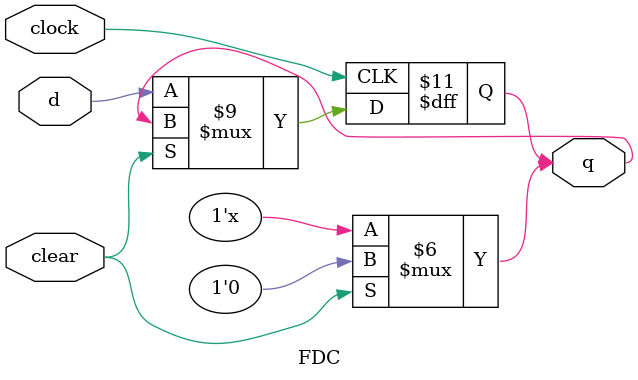
<source format=v>
module FDC (d, clock, clear, q);
    input d, clock, clear;
    output reg q;

    always @(posedge clock) begin
        if(clear == 0) begin
            q = d;
        end
    end

    always @(clear) begin
        if(clear == 1) begin
            q = 0;
        end
    end
    
endmodule
</source>
